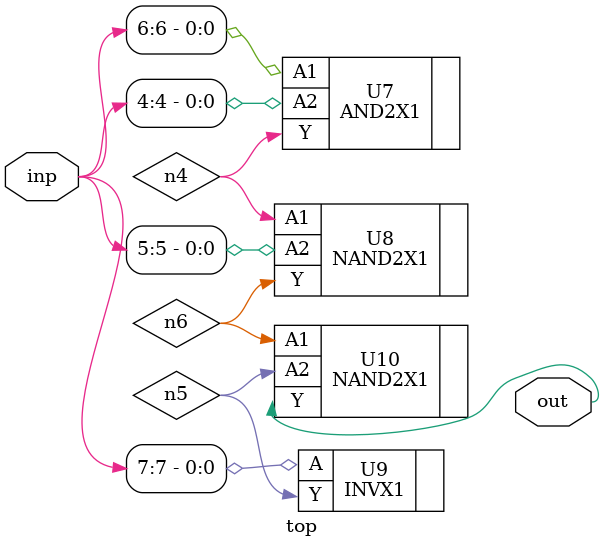
<source format=sv>


module top ( inp, out );
  input [7:0] inp;
  output out;
  wire   n4, n5, n6;

  AND2X1 U7 ( .A1(inp[6]), .A2(inp[4]), .Y(n4) );
  NAND2X1 U8 ( .A1(n4), .A2(inp[5]), .Y(n6) );
  INVX1 U9 ( .A(inp[7]), .Y(n5) );
  NAND2X1 U10 ( .A1(n6), .A2(n5), .Y(out) );
endmodule


</source>
